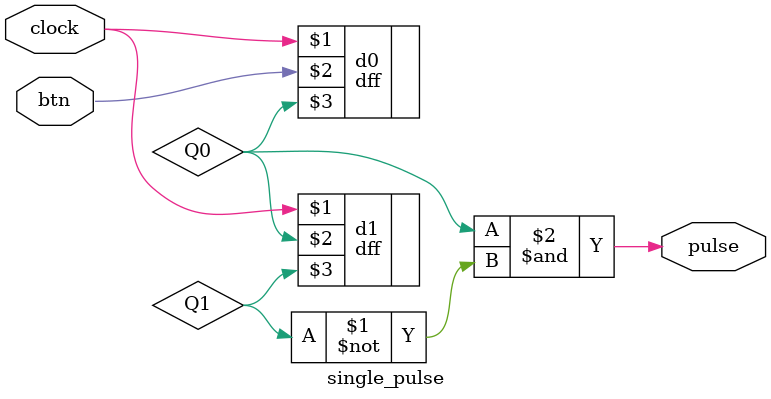
<source format=v>
`timescale 1ns / 1ps


module single_pulse(
    input clock,
    input btn,
    output pulse
    );
    
    wire Q0, Q1;
    
    dff d0(clock,btn, Q0);
    dff d1(clock,Q0, Q1);
    assign pulse = Q0 & ~Q1;
endmodule

</source>
